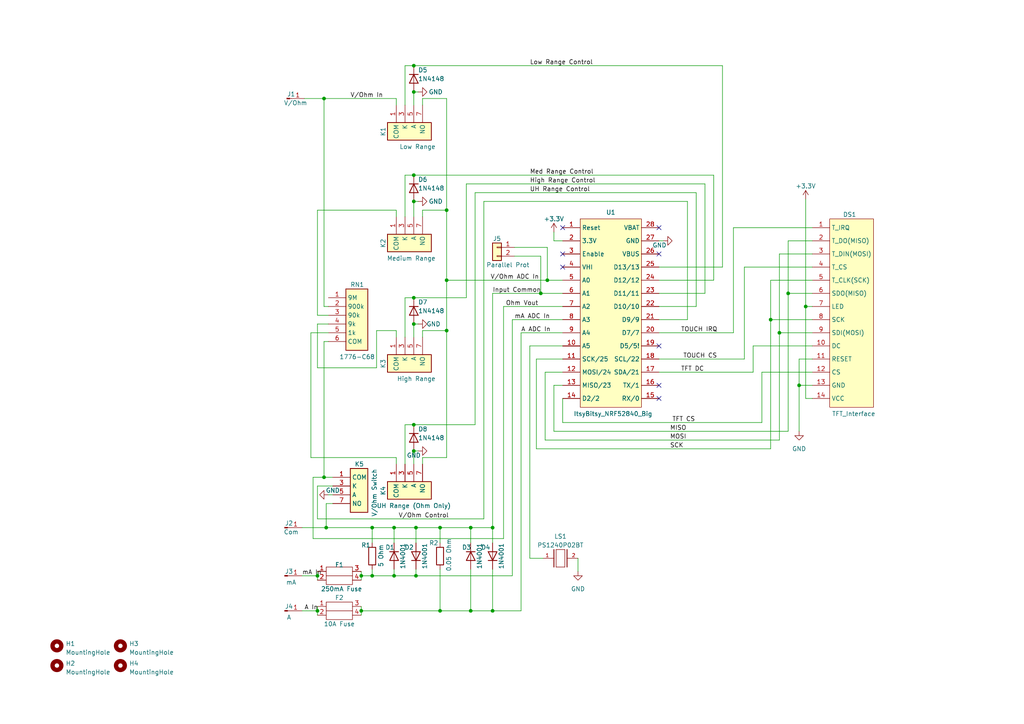
<source format=kicad_sch>
(kicad_sch (version 20230121) (generator eeschema)
  (paper "A4")
  (lib_symbols
    (symbol "502ProjectSymbols:1776-C68"
      (property "Reference" "RN" (at -2.54 13.97 0))
      (property "Value" "1776-C68" (at -2.54 11.43 0))
      (symbol "1776-C68_1_1"
        (rectangle (start -2.54 8.89) (end 3.81 -8.89) (stroke (width 0.254)) (fill (type background)))
        (pin passive line (at -7.62 6.35 0) (length 5.08) (name "9M") (number "1"))
        (pin passive line (at -7.62 3.81 0) (length 5.08) (name "900k") (number "2"))
        (pin passive line (at -7.62 1.27 0) (length 5.08) (name "90k") (number "3"))
        (pin passive line (at -7.62 -1.27 0) (length 5.08) (name "9k") (number "4"))
        (pin passive line (at -7.62 -3.81 0) (length 5.08) (name "1k") (number "5"))
        (pin passive line (at -7.62 -6.35 0) (length 5.08) (name "COM") (number "6"))
      )
    )
    (symbol "502ProjectSymbols:Fuse"
      (property "Reference" "F" (at 0 3.81 0))
      (property "Value" "Fuse" (at 0 -3.81 0))
      (symbol "Fuse_0_1"
        (rectangle (start -3.81 2.54) (end 3.81 -2.54))
        (polyline (pts (xy -3.81 0) (xy 3.81 0)))
      )
      (symbol "Fuse_1_1"
        (pin passive line (at -6.35 1.27 0) (length 2.54) (name "") (number "1"))
        (pin passive line (at -6.35 -1.27 0) (length 2.54) (name "") (number "2"))
        (pin passive line (at 6.35 1.27 180) (length 2.54) (name "") (number "3"))
        (pin passive line (at 6.35 -1.27 180) (length 2.54) (name "") (number "4"))
      )
    )
    (symbol "502ProjectSymbols:ItsyBitsy_NRF52840_Big"
      (property "Reference" "U" (at 0 27.94 0))
      (property "Value" "ItsyBitsy_NRF52840_Big" (at 0 -29.21 0))
      (symbol "ItsyBitsy_NRF52840_Big_0_1"
        (rectangle (start -8.89 26.67) (end 8.89 -27.94) (fill (type background)))
      )
      (symbol "ItsyBitsy_NRF52840_Big_1_0"
        (pin input line (at -13.97 -10.16 0) (length 5.08) (name "") (number ""))
      )
      (symbol "ItsyBitsy_NRF52840_Big_1_1"
        (pin input line (at -13.97 24.13 0) (length 5.08) (name "Reset") (number "1"))
        (pin input line (at -13.97 -10.16 0) (length 5.08) (name "A5") (number "10"))
        (pin bidirectional line (at -13.97 -13.97 0) (length 5.08) (name "SCK/25") (number "11"))
        (pin bidirectional line (at -13.97 -17.78 0) (length 5.08) (name "MOSI/24") (number "12"))
        (pin bidirectional line (at -13.97 -21.59 0) (length 5.08) (name "MISO/23") (number "13"))
        (pin bidirectional line (at -13.97 -25.4 0) (length 5.08) (name "D2/2") (number "14"))
        (pin bidirectional line (at 13.97 -25.4 180) (length 5.08) (name "RX/0") (number "15"))
        (pin bidirectional line (at 13.97 -21.59 180) (length 5.08) (name "TX/1") (number "16"))
        (pin bidirectional line (at 13.97 -17.78 180) (length 5.08) (name "SDA/21") (number "17"))
        (pin bidirectional line (at 13.97 -13.97 180) (length 5.08) (name "SCL/22") (number "18"))
        (pin bidirectional line (at 13.97 -10.16 180) (length 5.08) (name "D5/5!") (number "19"))
        (pin output line (at -13.97 20.32 0) (length 5.08) (name "3.3V") (number "2"))
        (pin bidirectional line (at 13.97 -6.35 180) (length 5.08) (name "D7/7") (number "20"))
        (pin bidirectional line (at 13.97 -2.54 180) (length 5.08) (name "D9/9") (number "21"))
        (pin bidirectional line (at 13.97 1.27 180) (length 5.08) (name "D10/10") (number "22"))
        (pin bidirectional line (at 13.97 5.08 180) (length 5.08) (name "D11/11") (number "23"))
        (pin bidirectional line (at 13.97 8.89 180) (length 5.08) (name "D12/12") (number "24"))
        (pin bidirectional line (at 13.97 12.7 180) (length 5.08) (name "D13/13") (number "25"))
        (pin bidirectional line (at 13.97 16.51 180) (length 5.08) (name "VBUS") (number "26"))
        (pin bidirectional line (at 13.97 20.32 180) (length 5.08) (name "GND") (number "27"))
        (pin bidirectional line (at 13.97 24.13 180) (length 5.08) (name "VBAT") (number "28"))
        (pin input line (at -13.97 16.51 0) (length 5.08) (name "Enable") (number "3"))
        (pin bidirectional line (at -13.97 12.7 0) (length 5.08) (name "VHI") (number "4"))
        (pin input line (at -13.97 8.89 0) (length 5.08) (name "A0") (number "5"))
        (pin input line (at -13.97 5.08 0) (length 5.08) (name "A1") (number "6"))
        (pin input line (at -13.97 1.27 0) (length 5.08) (name "A2") (number "7"))
        (pin input line (at -13.97 -2.54 0) (length 5.08) (name "A3") (number "8"))
        (pin input line (at -13.97 -6.35 0) (length 5.08) (name "A4") (number "9"))
      )
    )
    (symbol "502ProjectSymbols:PS1240P02BT" (pin_names (offset 1.016))
      (property "Reference" "LS" (at -3.81 3.81 0))
      (property "Value" "PS1240P02BT" (at -3.81 -5.08 0))
      (symbol "PS1240P02BT_0_0"
        (polyline (pts (xy -2.54 0) (xy -1.905 0)) (stroke (width 0.1524)))
        (polyline (pts (xy -1.905 -2.54) (xy -1.905 0)) (stroke (width 0.254)))
        (polyline (pts (xy -1.905 0) (xy -1.905 2.54)) (stroke (width 0.254)))
        (polyline (pts (xy -1.27 -2.54) (xy 1.27 -2.54)) (stroke (width 0.1524)))
        (polyline (pts (xy -1.27 2.54) (xy -1.27 -2.54)) (stroke (width 0.1524)))
        (polyline (pts (xy 1.27 -2.54) (xy 1.27 2.54)) (stroke (width 0.1524)))
        (polyline (pts (xy 1.27 2.54) (xy -1.27 2.54)) (stroke (width 0.1524)))
        (polyline (pts (xy 1.905 0) (xy 1.905 -2.54)) (stroke (width 0.254)))
        (polyline (pts (xy 1.905 0) (xy 2.54 0)) (stroke (width 0.1524)))
        (polyline (pts (xy 1.905 2.54) (xy 1.905 0)) (stroke (width 0.254)))
        (pin passive line (at -5.08 0 0) (length 2.54) (name "~") (number "1"))
        (pin passive line (at 5.08 0 180) (length 2.54) (name "~") (number "2"))
      )
    )
    (symbol "502ProjectSymbols:SIL03-1A72-71D"
      (property "Reference" "K" (at -1.27 8.89 0))
      (property "Value" "SIL03-1A72-71D" (at 3.81 -8.89 90))
      (symbol "SIL03-1A72-71D_1_1"
        (rectangle (start -2.54 6.35) (end 2.54 -6.35) (stroke (width 0.254)) (fill (type background)))
        (pin passive line (at -7.62 3.81 0) (length 5.08) (name "COM") (number "1"))
        (pin passive line (at -7.62 1.27 0) (length 5.08) (name "K") (number "3"))
        (pin passive line (at -7.62 -1.27 0) (length 5.08) (name "A") (number "5"))
        (pin passive line (at -7.62 -3.81 0) (length 5.08) (name "NO") (number "7"))
      )
    )
    (symbol "502ProjectSymbols:TFT_Interface"
      (property "Reference" "DS" (at -1.27 27.94 0))
      (property "Value" "TFT_Interface" (at 0 -29.21 0))
      (symbol "TFT_Interface_0_1"
        (rectangle (start -6.35 26.67) (end 6.35 -27.94) (fill (type background)))
      )
      (symbol "TFT_Interface_1_1"
        (pin passive line (at -11.43 24.13 0) (length 5.08) (name "T_IRQ") (number "1"))
        (pin passive line (at -11.43 -10.16 0) (length 5.08) (name "DC") (number "10"))
        (pin passive line (at -11.43 -13.97 0) (length 5.08) (name "RESET") (number "11"))
        (pin passive line (at -11.43 -17.78 0) (length 5.08) (name "CS") (number "12"))
        (pin passive line (at -11.43 -21.59 0) (length 5.08) (name "GND") (number "13"))
        (pin passive line (at -11.43 -25.4 0) (length 5.08) (name "VCC") (number "14"))
        (pin passive line (at -11.43 20.32 0) (length 5.08) (name "T_DO(MISO)") (number "2"))
        (pin passive line (at -11.43 16.51 0) (length 5.08) (name "T_DIN(MOSI)") (number "3"))
        (pin passive line (at -11.43 12.7 0) (length 5.08) (name "T_CS") (number "4"))
        (pin passive line (at -11.43 8.89 0) (length 5.08) (name "T_CLK(SCK)") (number "5"))
        (pin passive line (at -11.43 5.08 0) (length 5.08) (name "SDO(MISO)") (number "6"))
        (pin passive line (at -11.43 1.27 0) (length 5.08) (name "LED") (number "7"))
        (pin passive line (at -11.43 -2.54 0) (length 5.08) (name "SCK") (number "8"))
        (pin passive line (at -11.43 -6.35 0) (length 5.08) (name "SDI(MOSI)") (number "9"))
      )
    )
    (symbol "Connector:Conn_01x01_Pin" (pin_names (offset 1.016) hide)
      (property "Reference" "J" (at 0 2.54 0))
      (property "Value" "Conn_01x01_Pin" (at 0 -2.54 0))
      (symbol "Conn_01x01_Pin_1_1"
        (polyline (pts (xy 1.27 0) (xy 0.8636 0)) (stroke (width 0.1524)))
        (rectangle (start 0.8636 0.127) (end 0 -0.127) (stroke (width 0.1524)) (fill (type outline)))
        (pin passive line (at 5.08 0 180) (length 3.81) (name "Pin_1") (number "1"))
      )
    )
    (symbol "Connector_Generic:Conn_01x02" (pin_names (offset 1.016) hide)
      (property "Reference" "J" (at 0 2.54 0))
      (property "Value" "Conn_01x02" (at 0 -5.08 0))
      (symbol "Conn_01x02_1_1"
        (rectangle (start -1.27 -2.413) (end 0 -2.667) (stroke (width 0.1524)))
        (rectangle (start -1.27 0.127) (end 0 -0.127) (stroke (width 0.1524)))
        (rectangle (start -1.27 1.27) (end 1.27 -3.81) (stroke (width 0.254)) (fill (type background)))
        (pin passive line (at -5.08 0 0) (length 3.81) (name "Pin_1") (number "1"))
        (pin passive line (at -5.08 -2.54 0) (length 3.81) (name "Pin_2") (number "2"))
      )
    )
    (symbol "Device:R" (pin_numbers hide) (pin_names (offset 0))
      (property "Reference" "R" (at 2.032 0 90))
      (property "Value" "R" (at 0 0 90))
      (symbol "R_0_1"
        (rectangle (start -1.016 -2.54) (end 1.016 2.54) (stroke (width 0.254)))
      )
      (symbol "R_1_1"
        (pin passive line (at 0 3.81 270) (length 1.27) (name "~") (number "1"))
        (pin passive line (at 0 -3.81 90) (length 1.27) (name "~") (number "2"))
      )
    )
    (symbol "Diode:1N4001" (pin_numbers hide) (pin_names hide)
      (property "Reference" "D" (at 0 2.54 0))
      (property "Value" "1N4001" (at 0 -2.54 0))
      (symbol "1N4001_0_1"
        (polyline (pts (xy -1.27 1.27) (xy -1.27 -1.27)) (stroke (width 0.254)))
        (polyline (pts (xy 1.27 0) (xy -1.27 0)))
        (polyline (pts (xy 1.27 1.27) (xy 1.27 -1.27) (xy -1.27 0) (xy 1.27 1.27)) (stroke (width 0.254)))
      )
      (symbol "1N4001_1_1"
        (pin passive line (at -3.81 0 0) (length 2.54) (name "K") (number "1"))
        (pin passive line (at 3.81 0 180) (length 2.54) (name "A") (number "2"))
      )
    )
    (symbol "Diode:1N4148" (pin_numbers hide) (pin_names hide)
      (property "Reference" "D" (at 0 2.54 0))
      (property "Value" "1N4148" (at 0 -2.54 0))
      (symbol "1N4148_0_1"
        (polyline (pts (xy -1.27 1.27) (xy -1.27 -1.27)) (stroke (width 0.254)))
        (polyline (pts (xy 1.27 0) (xy -1.27 0)))
        (polyline (pts (xy 1.27 1.27) (xy 1.27 -1.27) (xy -1.27 0) (xy 1.27 1.27)) (stroke (width 0.254)))
      )
      (symbol "1N4148_1_1"
        (pin passive line (at -3.81 0 0) (length 2.54) (name "K") (number "1"))
        (pin passive line (at 3.81 0 180) (length 2.54) (name "A") (number "2"))
      )
    )
    (symbol "Mechanical:MountingHole" (pin_names (offset 1.016))
      (property "Reference" "H" (at 0 5.08 0))
      (property "Value" "MountingHole" (at 0 3.175 0))
      (symbol "MountingHole_0_1"
        (circle (center 0 0) (radius 1.27) (stroke (width 1.27)))
      )
    )
    (symbol "power:+3.3V" (power) (pin_names (offset 0))
      (property "Value" "+3.3V" (at 0 3.556 0))
      (symbol "+3.3V_0_1"
        (polyline (pts (xy -0.762 1.27) (xy 0 2.54)))
        (polyline (pts (xy 0 0) (xy 0 2.54)))
        (polyline (pts (xy 0 2.54) (xy 0.762 1.27)))
      )
      (symbol "+3.3V_1_1"
        (pin power_in line (at 0 0 90) (length 0) hide (name "+3.3V") (number "1"))
      )
    )
    (symbol "power:GND" (power) (pin_names (offset 0))
      (property "Value" "GND" (at 0 -3.81 0))
      (symbol "GND_0_1"
        (polyline (pts (xy 0 0) (xy 0 -1.27) (xy 1.27 -1.27) (xy 0 -2.54) (xy -1.27 -1.27) (xy 0 -1.27)))
      )
      (symbol "GND_1_1"
        (pin power_in line (at 0 0 270) (length 0) hide (name "GND") (number "1"))
      )
    )
  )
  (junction (at 228.6 85.09))
  (junction (at 142.875 153.035))
  (junction (at 92.075 177.165))
  (junction (at 129.54 95.885))
  (junction (at 158.75 81.28))
  (junction (at 120.015 130.81))
  (junction (at 92.075 167.005))
  (junction (at 127.635 177.165))
  (junction (at 104.775 177.165))
  (junction (at 231.775 111.76))
  (junction (at 93.98 28.575))
  (junction (at 127.635 153.035))
  (junction (at 93.98 138.43))
  (junction (at 120.015 123.19))
  (junction (at 136.525 153.035))
  (junction (at 120.015 93.98))
  (junction (at 136.525 177.165))
  (junction (at 120.015 26.67))
  (junction (at 120.015 58.42))
  (junction (at 107.95 167.005))
  (junction (at 120.65 167.005))
  (junction (at 120.65 153.035))
  (junction (at 156.845 85.09))
  (junction (at 142.875 177.165))
  (junction (at 120.015 86.36))
  (junction (at 120.015 50.8))
  (junction (at 107.95 153.035))
  (junction (at 223.52 92.71))
  (junction (at 94.615 153.035))
  (junction (at 129.54 60.96))
  (junction (at 129.54 81.28))
  (junction (at 114.3 153.035))
  (junction (at 120.015 19.05))
  (junction (at 226.06 96.52))
  (junction (at 114.3 167.005))
  (junction (at 104.775 167.005))
  (junction (at 233.68 88.9))
  (no_connect (at 191.135 66.04))
  (no_connect (at 191.135 111.76))
  (no_connect (at 191.135 73.66))
  (no_connect (at 191.135 100.33))
  (no_connect (at 163.195 77.47))
  (no_connect (at 163.195 73.66))
  (no_connect (at 163.195 66.04))
  (no_connect (at 191.135 115.57))
  (wire (pts (xy 107.95 167.005) (xy 107.95 165.1)))
  (wire (pts (xy 95.25 99.06) (xy 93.98 99.06)))
  (wire (pts (xy 142.875 153.035) (xy 142.875 157.48)))
  (wire (pts (xy 135.255 86.36) (xy 135.255 53.34)))
  (wire (pts (xy 117.475 19.05) (xy 120.015 19.05)))
  (wire (pts (xy 160.655 111.76) (xy 160.655 125.095)))
  (wire (pts (xy 104.775 177.165) (xy 104.775 175.895)))
  (wire (pts (xy 114.3 165.1) (xy 114.3 167.005)))
  (wire (pts (xy 122.555 60.96) (xy 122.555 62.865)))
  (wire (pts (xy 153.67 161.925) (xy 153.67 100.33)))
  (wire (pts (xy 122.555 28.575) (xy 129.54 28.575)))
  (wire (pts (xy 120.015 58.42) (xy 120.015 57.785)))
  (wire (pts (xy 231.775 104.14) (xy 231.775 111.76)))
  (wire (pts (xy 153.67 100.33) (xy 163.195 100.33)))
  (wire (pts (xy 136.525 177.165) (xy 142.875 177.165)))
  (wire (pts (xy 235.585 104.14) (xy 231.775 104.14)))
  (wire (pts (xy 157.48 161.925) (xy 153.67 161.925)))
  (wire (pts (xy 151.13 96.52) (xy 151.13 177.165)))
  (wire (pts (xy 191.135 77.47) (xy 209.55 77.47)))
  (wire (pts (xy 121.285 130.81) (xy 120.015 130.81)))
  (wire (pts (xy 104.775 177.165) (xy 104.775 178.435)))
  (wire (pts (xy 235.585 100.33) (xy 218.44 100.33)))
  (wire (pts (xy 96.52 140.97) (xy 92.075 140.97)))
  (wire (pts (xy 142.875 165.1) (xy 142.875 177.165)))
  (wire (pts (xy 223.52 81.28) (xy 223.52 92.71)))
  (wire (pts (xy 156.845 74.295) (xy 156.845 85.09)))
  (wire (pts (xy 129.54 95.885) (xy 129.54 132.715)))
  (wire (pts (xy 212.725 96.52) (xy 191.135 96.52)))
  (wire (pts (xy 109.22 95.885) (xy 114.935 95.885)))
  (wire (pts (xy 146.05 88.9) (xy 163.195 88.9)))
  (wire (pts (xy 94.615 146.05) (xy 96.52 146.05)))
  (wire (pts (xy 87.63 177.165) (xy 92.075 177.165)))
  (wire (pts (xy 129.54 28.575) (xy 129.54 60.96)))
  (wire (pts (xy 120.015 26.67) (xy 121.285 26.67)))
  (wire (pts (xy 209.55 19.05) (xy 209.55 77.47)))
  (wire (pts (xy 94.615 146.05) (xy 94.615 153.035)))
  (wire (pts (xy 114.3 153.035) (xy 114.3 157.48)))
  (wire (pts (xy 120.015 19.05) (xy 209.55 19.05)))
  (wire (pts (xy 146.05 88.9) (xy 146.05 156.21)))
  (wire (pts (xy 90.805 138.43) (xy 93.98 138.43)))
  (wire (pts (xy 231.775 111.76) (xy 231.775 125.095)))
  (wire (pts (xy 121.285 58.42) (xy 120.015 58.42)))
  (wire (pts (xy 120.015 58.42) (xy 120.015 62.865)))
  (wire (pts (xy 235.585 88.9) (xy 233.68 88.9)))
  (wire (pts (xy 117.475 123.19) (xy 120.015 123.19)))
  (wire (pts (xy 120.015 93.98) (xy 120.015 97.79)))
  (wire (pts (xy 228.6 69.85) (xy 228.6 85.09)))
  (wire (pts (xy 148.59 92.71) (xy 163.195 92.71)))
  (wire (pts (xy 235.585 69.85) (xy 228.6 69.85)))
  (wire (pts (xy 92.075 106.68) (xy 109.22 106.68)))
  (wire (pts (xy 215.9 77.47) (xy 215.9 104.14)))
  (wire (pts (xy 120.65 153.035) (xy 120.65 157.48)))
  (wire (pts (xy 95.25 93.98) (xy 92.075 93.98)))
  (wire (pts (xy 88.265 28.575) (xy 93.98 28.575)))
  (wire (pts (xy 235.585 66.04) (xy 212.725 66.04)))
  (wire (pts (xy 226.06 96.52) (xy 235.585 96.52)))
  (wire (pts (xy 191.135 69.85) (xy 192.405 69.85)))
  (wire (pts (xy 129.54 81.28) (xy 129.54 95.885)))
  (wire (pts (xy 127.635 177.165) (xy 127.635 165.1)))
  (wire (pts (xy 129.54 81.28) (xy 158.75 81.28)))
  (wire (pts (xy 233.68 88.9) (xy 233.68 115.57)))
  (wire (pts (xy 235.585 81.28) (xy 223.52 81.28)))
  (wire (pts (xy 158.115 107.95) (xy 158.115 127.635)))
  (wire (pts (xy 94.615 153.035) (xy 107.95 153.035)))
  (wire (pts (xy 220.98 107.95) (xy 220.98 122.555)))
  (wire (pts (xy 87.63 153.035) (xy 94.615 153.035)))
  (wire (pts (xy 92.075 177.165) (xy 92.075 175.895)))
  (wire (pts (xy 92.075 177.165) (xy 92.075 178.435)))
  (wire (pts (xy 212.725 66.04) (xy 212.725 96.52)))
  (wire (pts (xy 163.195 111.76) (xy 160.655 111.76)))
  (wire (pts (xy 136.525 165.1) (xy 136.525 177.165)))
  (wire (pts (xy 235.585 107.95) (xy 220.98 107.95)))
  (wire (pts (xy 120.015 86.36) (xy 135.255 86.36)))
  (wire (pts (xy 220.98 122.555) (xy 163.195 122.555)))
  (wire (pts (xy 191.135 107.95) (xy 218.44 107.95)))
  (wire (pts (xy 158.75 71.755) (xy 158.75 81.28)))
  (wire (pts (xy 127.635 153.035) (xy 127.635 157.48)))
  (wire (pts (xy 92.075 91.44) (xy 92.075 60.96)))
  (wire (pts (xy 207.01 50.8) (xy 207.01 81.28)))
  (wire (pts (xy 158.75 81.28) (xy 163.195 81.28)))
  (wire (pts (xy 226.06 127.635) (xy 226.06 96.52)))
  (wire (pts (xy 92.075 150.495) (xy 140.335 150.495)))
  (wire (pts (xy 191.135 85.09) (xy 204.47 85.09)))
  (wire (pts (xy 93.98 138.43) (xy 96.52 138.43)))
  (wire (pts (xy 90.805 156.21) (xy 90.805 138.43)))
  (wire (pts (xy 93.98 28.575) (xy 93.98 88.9)))
  (wire (pts (xy 129.54 132.715) (xy 122.555 132.715)))
  (wire (pts (xy 163.195 104.14) (xy 155.575 104.14)))
  (wire (pts (xy 109.22 106.68) (xy 109.22 95.885)))
  (wire (pts (xy 92.075 167.005) (xy 92.075 168.275)))
  (wire (pts (xy 120.015 123.19) (xy 137.795 123.19)))
  (wire (pts (xy 122.555 60.96) (xy 129.54 60.96)))
  (wire (pts (xy 104.775 177.165) (xy 127.635 177.165)))
  (wire (pts (xy 142.875 177.165) (xy 151.13 177.165)))
  (wire (pts (xy 142.875 85.09) (xy 156.845 85.09)))
  (wire (pts (xy 223.52 130.175) (xy 223.52 92.71)))
  (wire (pts (xy 235.585 77.47) (xy 215.9 77.47)))
  (wire (pts (xy 122.555 95.885) (xy 122.555 97.79)))
  (wire (pts (xy 158.115 127.635) (xy 226.06 127.635)))
  (wire (pts (xy 93.98 99.06) (xy 93.98 138.43)))
  (wire (pts (xy 90.805 156.21) (xy 146.05 156.21)))
  (wire (pts (xy 233.68 115.57) (xy 235.585 115.57)))
  (wire (pts (xy 117.475 97.79) (xy 117.475 86.36)))
  (wire (pts (xy 90.17 132.715) (xy 114.935 132.715)))
  (wire (pts (xy 95.25 96.52) (xy 90.17 96.52)))
  (wire (pts (xy 201.93 55.88) (xy 201.93 88.9)))
  (wire (pts (xy 107.95 167.005) (xy 114.3 167.005)))
  (wire (pts (xy 107.95 153.035) (xy 107.95 157.48)))
  (wire (pts (xy 135.255 53.34) (xy 204.47 53.34)))
  (wire (pts (xy 121.285 93.98) (xy 120.015 93.98)))
  (wire (pts (xy 163.195 107.95) (xy 158.115 107.95)))
  (wire (pts (xy 92.075 93.98) (xy 92.075 106.68)))
  (wire (pts (xy 120.015 50.8) (xy 207.01 50.8)))
  (wire (pts (xy 156.845 85.09) (xy 163.195 85.09)))
  (wire (pts (xy 137.795 123.19) (xy 137.795 55.88)))
  (wire (pts (xy 231.775 111.76) (xy 235.585 111.76)))
  (wire (pts (xy 92.075 60.96) (xy 114.935 60.96)))
  (wire (pts (xy 163.195 69.85) (xy 160.655 69.85)))
  (wire (pts (xy 122.555 132.715) (xy 122.555 134.62)))
  (wire (pts (xy 149.225 71.755) (xy 158.75 71.755)))
  (wire (pts (xy 155.575 104.14) (xy 155.575 130.175)))
  (wire (pts (xy 151.13 96.52) (xy 163.195 96.52)))
  (wire (pts (xy 167.64 161.925) (xy 167.64 165.735)))
  (wire (pts (xy 114.3 167.005) (xy 120.65 167.005)))
  (wire (pts (xy 160.655 125.095) (xy 228.6 125.095)))
  (wire (pts (xy 114.935 60.96) (xy 114.935 62.865)))
  (wire (pts (xy 191.135 81.28) (xy 207.01 81.28)))
  (wire (pts (xy 117.475 50.8) (xy 120.015 50.8)))
  (wire (pts (xy 104.775 165.735) (xy 104.775 167.005)))
  (wire (pts (xy 199.39 58.42) (xy 199.39 92.71)))
  (wire (pts (xy 120.015 26.67) (xy 120.015 30.48)))
  (wire (pts (xy 107.95 153.035) (xy 114.3 153.035)))
  (wire (pts (xy 104.775 167.005) (xy 107.95 167.005)))
  (wire (pts (xy 129.54 60.96) (xy 129.54 81.28)))
  (wire (pts (xy 127.635 153.035) (xy 136.525 153.035)))
  (wire (pts (xy 120.015 130.81) (xy 120.015 134.62)))
  (wire (pts (xy 149.225 74.295) (xy 156.845 74.295)))
  (wire (pts (xy 114.935 132.715) (xy 114.935 134.62)))
  (wire (pts (xy 117.475 62.865) (xy 117.475 50.8)))
  (wire (pts (xy 122.555 28.575) (xy 122.555 30.48)))
  (wire (pts (xy 95.25 91.44) (xy 92.075 91.44)))
  (wire (pts (xy 223.52 92.71) (xy 235.585 92.71)))
  (wire (pts (xy 155.575 130.175) (xy 223.52 130.175)))
  (wire (pts (xy 122.555 95.885) (xy 129.54 95.885)))
  (wire (pts (xy 140.335 58.42) (xy 199.39 58.42)))
  (wire (pts (xy 218.44 100.33) (xy 218.44 107.95)))
  (wire (pts (xy 114.935 95.885) (xy 114.935 97.79)))
  (wire (pts (xy 117.475 134.62) (xy 117.475 123.19)))
  (wire (pts (xy 228.6 85.09) (xy 235.585 85.09)))
  (wire (pts (xy 163.195 122.555) (xy 163.195 115.57)))
  (wire (pts (xy 114.935 28.575) (xy 114.935 30.48)))
  (wire (pts (xy 120.65 153.035) (xy 127.635 153.035)))
  (wire (pts (xy 235.585 73.66) (xy 226.06 73.66)))
  (wire (pts (xy 233.68 88.9) (xy 233.68 57.785)))
  (wire (pts (xy 127.635 177.165) (xy 136.525 177.165)))
  (wire (pts (xy 137.795 55.88) (xy 201.93 55.88)))
  (wire (pts (xy 140.335 150.495) (xy 140.335 58.42)))
  (wire (pts (xy 199.39 92.71) (xy 191.135 92.71)))
  (wire (pts (xy 120.65 167.005) (xy 148.59 167.005)))
  (wire (pts (xy 215.9 104.14) (xy 191.135 104.14)))
  (wire (pts (xy 117.475 19.05) (xy 117.475 30.48)))
  (wire (pts (xy 142.875 85.09) (xy 142.875 153.035)))
  (wire (pts (xy 87.63 167.005) (xy 92.075 167.005)))
  (wire (pts (xy 104.775 167.005) (xy 104.775 168.275)))
  (wire (pts (xy 201.93 88.9) (xy 191.135 88.9)))
  (wire (pts (xy 136.525 153.035) (xy 142.875 153.035)))
  (wire (pts (xy 204.47 53.34) (xy 204.47 85.09)))
  (wire (pts (xy 117.475 86.36) (xy 120.015 86.36)))
  (wire (pts (xy 95.25 88.9) (xy 93.98 88.9)))
  (wire (pts (xy 95.25 143.51) (xy 96.52 143.51)))
  (wire (pts (xy 136.525 153.035) (xy 136.525 157.48)))
  (wire (pts (xy 148.59 92.71) (xy 148.59 167.005)))
  (wire (pts (xy 226.06 73.66) (xy 226.06 96.52)))
  (wire (pts (xy 160.655 69.85) (xy 160.655 67.31)))
  (wire (pts (xy 92.075 167.005) (xy 92.075 165.735)))
  (wire (pts (xy 90.17 96.52) (xy 90.17 132.715)))
  (wire (pts (xy 228.6 125.095) (xy 228.6 85.09)))
  (wire (pts (xy 93.98 28.575) (xy 114.935 28.575)))
  (wire (pts (xy 120.65 165.1) (xy 120.65 167.005)))
  (wire (pts (xy 114.3 153.035) (xy 120.65 153.035)))
  (wire (pts (xy 92.075 140.97) (xy 92.075 150.495)))
  (label "TFT DC" (at 197.485 107.95 0))
  (label "SCK" (at 194.31 130.175 0))
  (label "V{slash}Ohm Control" (at 115.57 150.495 0))
  (label "A In" (at 88.265 177.165 0))
  (label "Ohm Vout" (at 146.685 88.9 0))
  (label "TOUCH IRQ" (at 197.485 96.52 0))
  (label "MOSI" (at 194.31 127.635 0))
  (label "High Range Control" (at 153.67 53.34 0))
  (label "V{slash}Ohm ADC In" (at 142.24 81.28 0))
  (label "Input Common" (at 142.875 85.09 0))
  (label "UH Range Control" (at 153.67 55.88 0))
  (label "TFT CS" (at 194.945 122.555 0))
  (label "A ADC In" (at 151.13 96.52 0))
  (label "mA ADC In" (at 149.225 92.71 0))
  (label "Med Range Control" (at 153.67 50.8 0))
  (label "TOUCH CS" (at 198.12 104.14 0))
  (label "Low Range Control" (at 153.67 19.05 0))
  (label "V{slash}Ohm In" (at 101.6 28.575 0))
  (label "MISO" (at 194.31 125.095 0))
  (label "mA In" (at 87.63 167.005 0))
  (symbol (lib_id "Device:R") (at 127.635 161.29 180) (unit 1)
    (property "Reference" "R2" (at 124.46 157.48 0) (effects (justify right)))
    (property "Value" "0.05 Ohm" (at 130.175 165.735 90) (effects (justify right)))
    (property "Footprint" "502ProjectFootprints:LOB-1528272_3" (effects hide))
  )
  (symbol (lib_id "Diode:1N4148") (at 120.015 127 270) (unit 1)
    (property "Reference" "D8" (at 121.285 124.46 90) (effects (justify left)))
    (property "Value" "1N4148" (at 121.285 127 90) (effects (justify left)))
    (property "Footprint" "Diode_THT:D_DO-35_SOD27_P7.62mm_Horizontal" (effects hide))
    (property "Datasheet" "https://assets.nexperia.com/documents/data-sheet/1N4148_1N4448.pdf" (effects hide))
    (property "Sim.Device" "D" (effects hide))
    (property "Sim.Pins" "1=K 2=A" (effects hide))
  )
  (symbol (lib_id "power:GND") (at 121.285 58.42 90) (unit 1)
    (property "Reference" "#PWR09" (effects hide))
    (property "Value" "GND" (at 126.365 58.42 90))
  )
  (symbol (lib_id "power:GND") (at 167.64 165.735 0) (unit 1)
    (property "Reference" "#PWR010" (effects hide))
    (property "Value" "GND" (at 167.64 170.815 0))
  )
  (symbol (lib_id "Mechanical:MountingHole") (at 34.925 193.04 0) (unit 1)
    (property "Reference" "H4" (at 37.465 192.405 0) (effects (justify left)))
    (property "Value" "MountingHole" (at 37.465 194.945 0) (effects (justify left)))
    (property "Footprint" "502ProjectFootprints:MountingHole_3mm" (effects hide))
  )
  (symbol (lib_id "Connector:Conn_01x01_Pin") (at 82.55 153.035 0) (unit 1)
    (property "Reference" "J2" (at 83.82 151.765 0))
    (property "Value" "Com" (at 84.455 154.305 0))
    (property "Footprint" "502ProjectFootprints:PinHeader_1x01_P2.54mm_Vertical_H0.8mm" (effects hide))
  )
  (symbol (lib_id "Diode:1N4148") (at 120.015 90.17 270) (unit 1)
    (property "Reference" "D7" (at 121.285 87.63 90) (effects (justify left)))
    (property "Value" "1N4148" (at 121.285 90.17 90) (effects (justify left)))
    (property "Footprint" "Diode_THT:D_DO-35_SOD27_P7.62mm_Horizontal" (effects hide))
    (property "Datasheet" "https://assets.nexperia.com/documents/data-sheet/1N4148_1N4448.pdf" (effects hide))
    (property "Sim.Device" "D" (effects hide))
    (property "Sim.Pins" "1=K 2=A" (effects hide))
  )
  (symbol (lib_id "502ProjectSymbols:SIL03-1A72-71D") (at 118.745 70.485 90) (mirror x) (unit 1)
    (property "Reference" "K2" (at 111.125 69.215 0) (effects (justify left)))
    (property "Value" "Medium Range" (at 126.365 74.93 90) (effects (justify left)))
    (property "Footprint" "502ProjectFootprints:SIL03-1A72-71_4" (effects hide))
    (property "Datasheet" "https://4a30d8fd18dae1bf393d-df49f4cedb726ad03ad145d2e3d346bd.ssl.cf5.rackcdn.com/datasheets/33/3303172171e.pdf" (effects hide))
    (property "Height" "7.8" (effects hide))
    (property "Manufacturer_Name" "Meder" (effects hide))
    (property "Manufacturer_Part_Number" "SIL03-1A72-71D" (effects hide))
    (property "Mouser Part Number" "876-SIL03-1A72-71D" (effects hide))
    (property "Mouser Price/Stock" "https://www.mouser.co.uk/ProductDetail/MEDER-electronic-Standex/SIL03-1A72-71D?qs=XQXp6f9AQWAyfFxxKRfX0Q%3D%3D" (effects hide))
  )
  (symbol (lib_id "Mechanical:MountingHole") (at 16.51 187.325 0) (unit 1)
    (property "Reference" "H1" (at 19.05 186.69 0) (effects (justify left)))
    (property "Value" "MountingHole" (at 19.05 189.23 0) (effects (justify left)))
    (property "Footprint" "502ProjectFootprints:MountingHole_3mm" (effects hide))
  )
  (symbol (lib_id "Device:R") (at 107.95 161.29 180) (unit 1)
    (property "Reference" "R1" (at 104.775 158.115 0) (effects (justify right)))
    (property "Value" "5 Ohm" (at 110.49 164.465 90) (effects (justify right)))
    (property "Footprint" "Resistor_THT:R_Axial_DIN0207_L6.3mm_D2.5mm_P10.16mm_Horizontal" (effects hide))
  )
  (symbol (lib_id "502ProjectSymbols:TFT_Interface") (at 247.015 90.17 0) (unit 1)
    (property "Reference" "DS1" (at 244.475 62.23 0) (effects (justify left)))
    (property "Value" "TFT_Interface" (at 241.3 120.015 0) (effects (justify left)))
    (property "Footprint" "502ProjectFootprints:PinHeader_1x14_P2.54mm_Vertical_H0.9mm" (effects hide))
  )
  (symbol (lib_id "502ProjectSymbols:SIL03-1A72-71D") (at 104.14 142.24 0) (unit 1)
    (property "Reference" "K5" (at 102.87 134.62 0) (effects (justify left)))
    (property "Value" "V/Ohm Switch" (at 108.585 149.86 90) (effects (justify left)))
    (property "Footprint" "502ProjectFootprints:SIL03-1A72-71_4" (effects hide))
    (property "Datasheet" "https://4a30d8fd18dae1bf393d-df49f4cedb726ad03ad145d2e3d346bd.ssl.cf5.rackcdn.com/datasheets/33/3303172171e.pdf" (effects hide))
    (property "Height" "7.8" (effects hide))
    (property "Manufacturer_Name" "Meder" (effects hide))
    (property "Manufacturer_Part_Number" "SIL03-1A72-71D" (effects hide))
    (property "Mouser Part Number" "876-SIL03-1A72-71D" (effects hide))
    (property "Mouser Price/Stock" "https://www.mouser.co.uk/ProductDetail/MEDER-electronic-Standex/SIL03-1A72-71D?qs=XQXp6f9AQWAyfFxxKRfX0Q%3D%3D" (effects hide))
  )
  (symbol (lib_id "502ProjectSymbols:SIL03-1A72-71D") (at 118.745 38.1 90) (mirror x) (unit 1)
    (property "Reference" "K1" (at 111.125 36.83 0) (effects (justify left)))
    (property "Value" "Low Range" (at 126.365 42.545 90) (effects (justify left)))
    (property "Footprint" "502ProjectFootprints:SIL03-1A72-71_4" (effects hide))
    (property "Datasheet" "https://4a30d8fd18dae1bf393d-df49f4cedb726ad03ad145d2e3d346bd.ssl.cf5.rackcdn.com/datasheets/33/3303172171e.pdf" (effects hide))
    (property "Height" "7.8" (effects hide))
    (property "Manufacturer_Name" "Meder" (effects hide))
    (property "Manufacturer_Part_Number" "SIL03-1A72-71D" (effects hide))
    (property "Mouser Part Number" "876-SIL03-1A72-71D" (effects hide))
    (property "Mouser Price/Stock" "https://www.mouser.co.uk/ProductDetail/MEDER-electronic-Standex/SIL03-1A72-71D?qs=XQXp6f9AQWAyfFxxKRfX0Q%3D%3D" (effects hide))
  )
  (symbol (lib_id "power:GND") (at 121.285 26.67 90) (unit 1)
    (property "Reference" "#PWR05" (effects hide))
    (property "Value" "GND" (at 126.365 26.67 90))
  )
  (symbol (lib_id "502ProjectSymbols:Fuse") (at 98.425 167.005 0) (unit 1)
    (property "Reference" "F1" (at 98.425 163.83 0))
    (property "Value" "250mA Fuse" (at 99.06 170.815 0))
    (property "Footprint" "502ProjectFootprints:LF124061_2" (effects hide))
  )
  (symbol (lib_id "Diode:1N4001") (at 114.3 161.29 270) (unit 1)
    (property "Reference" "D1" (at 111.76 158.75 90) (effects (justify left)))
    (property "Value" "1N4001" (at 116.84 157.48 0) (effects (justify left)))
    (property "Footprint" "Diode_THT:D_DO-41_SOD81_P10.16mm_Horizontal" (effects hide))
    (property "Datasheet" "http://www.vishay.com/docs/88503/1n4001.pdf" (effects hide))
    (property "Sim.Device" "D" (effects hide))
    (property "Sim.Pins" "1=K 2=A" (effects hide))
  )
  (symbol (lib_id "502ProjectSymbols:SIL03-1A72-71D") (at 118.745 105.41 90) (mirror x) (unit 1)
    (property "Reference" "K3" (at 111.125 104.14 0) (effects (justify left)))
    (property "Value" "High Range" (at 126.365 109.855 90) (effects (justify left)))
    (property "Footprint" "502ProjectFootprints:SIL03-1A72-71_4" (effects hide))
    (property "Datasheet" "https://4a30d8fd18dae1bf393d-df49f4cedb726ad03ad145d2e3d346bd.ssl.cf5.rackcdn.com/datasheets/33/3303172171e.pdf" (effects hide))
    (property "Height" "7.8" (effects hide))
    (property "Manufacturer_Name" "Meder" (effects hide))
    (property "Manufacturer_Part_Number" "SIL03-1A72-71D" (effects hide))
    (property "Mouser Part Number" "876-SIL03-1A72-71D" (effects hide))
    (property "Mouser Price/Stock" "https://www.mouser.co.uk/ProductDetail/MEDER-electronic-Standex/SIL03-1A72-71D?qs=XQXp6f9AQWAyfFxxKRfX0Q%3D%3D" (effects hide))
  )
  (symbol (lib_id "power:GND") (at 231.775 125.095 0) (unit 1)
    (property "Reference" "#PWR03" (effects hide))
    (property "Value" "GND" (at 231.775 130.175 0))
  )
  (symbol (lib_id "Diode:1N4001") (at 142.875 161.29 90) (unit 1)
    (property "Reference" "D4" (at 142.24 158.75 90) (effects (justify left)))
    (property "Value" "1N4001" (at 145.415 165.1 0) (effects (justify left)))
    (property "Footprint" "Diode_THT:D_DO-41_SOD81_P10.16mm_Horizontal" (effects hide))
    (property "Datasheet" "http://www.vishay.com/docs/88503/1n4001.pdf" (effects hide))
    (property "Sim.Device" "D" (effects hide))
    (property "Sim.Pins" "1=K 2=A" (effects hide))
  )
  (symbol (lib_id "Diode:1N4001") (at 120.65 161.29 90) (unit 1)
    (property "Reference" "D2" (at 120.015 158.75 90) (effects (justify left)))
    (property "Value" "1N4001" (at 123.19 165.1 0) (effects (justify left)))
    (property "Footprint" "Diode_THT:D_DO-41_SOD81_P10.16mm_Horizontal" (effects hide))
    (property "Datasheet" "http://www.vishay.com/docs/88503/1n4001.pdf" (effects hide))
    (property "Sim.Device" "D" (effects hide))
    (property "Sim.Pins" "1=K 2=A" (effects hide))
  )
  (symbol (lib_id "power:+3.3V") (at 160.655 67.31 0) (unit 1)
    (property "Reference" "#PWR01" (effects hide))
    (property "Value" "+3.3V" (at 160.655 63.5 0))
  )
  (symbol (lib_id "502ProjectSymbols:PS1240P02BT") (at 162.56 161.925 0) (unit 1)
    (property "Reference" "LS1" (at 162.56 155.575 0))
    (property "Value" "PS1240P02BT" (at 162.56 158.115 0))
    (property "Footprint" "502ProjectFootprints:XDCR_PS1240P02BT" (effects hide))
    (property "MF" "TDK" (effects hide))
    (property "PRICE" "None" (effects hide))
    (property "AVAILABILITY" "Unavailable" (effects hide))
    (property "PACKAGE" "SIP-5 TDK" (effects hide))
    (property "MAXIMUM_PACKAGE_HEIGHT" "7.0mm" (effects hide))
    (property "DESCRIPTION" "Buzzers Transducer, Externally Driven Piezo 3V 4kHz 60dB @ 3V, 10cm Through Hole PC Pins" (effects hide))
    (property "MP" "PS1240P02CT3" (effects hide))
  )
  (symbol (lib_id "502ProjectSymbols:SIL03-1A72-71D") (at 118.745 142.24 90) (mirror x) (unit 1)
    (property "Reference" "K4" (at 111.125 140.97 0) (effects (justify left)))
    (property "Value" "UH Range (Ohm Only)" (at 130.81 146.685 90) (effects (justify left)))
    (property "Footprint" "502ProjectFootprints:SIL03-1A72-71_4" (effects hide))
    (property "Datasheet" "https://4a30d8fd18dae1bf393d-df49f4cedb726ad03ad145d2e3d346bd.ssl.cf5.rackcdn.com/datasheets/33/3303172171e.pdf" (effects hide))
    (property "Height" "7.8" (effects hide))
    (property "Manufacturer_Name" "Meder" (effects hide))
    (property "Manufacturer_Part_Number" "SIL03-1A72-71D" (effects hide))
    (property "Mouser Part Number" "876-SIL03-1A72-71D" (effects hide))
    (property "Mouser Price/Stock" "https://www.mouser.co.uk/ProductDetail/MEDER-electronic-Standex/SIL03-1A72-71D?qs=XQXp6f9AQWAyfFxxKRfX0Q%3D%3D" (effects hide))
  )
  (symbol (lib_id "power:GND") (at 121.285 93.98 90) (unit 1)
    (property "Reference" "#PWR06" (effects hide))
    (property "Value" "GND" (at 125.73 93.98 90))
  )
  (symbol (lib_id "power:+3.3V") (at 233.68 57.785 0) (unit 1)
    (property "Reference" "#PWR04" (effects hide))
    (property "Value" "+3.3V" (at 233.68 53.975 0))
  )
  (symbol (lib_id "Mechanical:MountingHole") (at 16.51 193.04 0) (unit 1)
    (property "Reference" "H2" (at 19.05 192.405 0) (effects (justify left)))
    (property "Value" "MountingHole" (at 19.05 194.945 0) (effects (justify left)))
    (property "Footprint" "502ProjectFootprints:MountingHole_3mm" (effects hide))
  )
  (symbol (lib_id "Diode:1N4001") (at 136.525 161.29 270) (unit 1)
    (property "Reference" "D3" (at 133.985 158.75 90) (effects (justify left)))
    (property "Value" "1N4001" (at 139.065 157.48 0) (effects (justify left)))
    (property "Footprint" "Diode_THT:D_DO-41_SOD81_P10.16mm_Horizontal" (effects hide))
    (property "Datasheet" "http://www.vishay.com/docs/88503/1n4001.pdf" (effects hide))
    (property "Sim.Device" "D" (effects hide))
    (property "Sim.Pins" "1=K 2=A" (effects hide))
  )
  (symbol (lib_id "Connector:Conn_01x01_Pin") (at 82.55 167.005 0) (unit 1)
    (property "Reference" "J3" (at 83.82 165.735 0))
    (property "Value" "mA" (at 84.455 168.91 0))
    (property "Footprint" "502ProjectFootprints:PinHeader_1x01_P2.54mm_Vertical_H0.8mm" (effects hide))
  )
  (symbol (lib_id "power:GND") (at 95.25 143.51 270) (unit 1)
    (property "Reference" "#PWR08" (effects hide))
    (property "Value" "GND" (at 96.52 142.24 90))
  )
  (symbol (lib_id "power:GND") (at 192.405 69.85 90) (unit 1)
    (property "Reference" "#PWR02" (effects hide))
    (property "Value" "GND" (at 189.23 71.12 90) (effects (justify right)))
  )
  (symbol (lib_id "Connector_Generic:Conn_01x02") (at 144.145 71.755 0) (mirror y) (unit 1)
    (property "Reference" "J5" (at 144.145 69.215 0))
    (property "Value" "Parallel Prot" (at 147.32 76.835 0))
    (property "Footprint" "502ProjectFootprints:PinHeader_1x02_P2.54mm_Vertical_H0.9mm" (effects hide))
  )
  (symbol (lib_id "502ProjectSymbols:1776-C68") (at 102.87 92.71 0) (unit 1)
    (property "Reference" "RN1" (at 101.6 82.55 0) (effects (justify left)))
    (property "Value" "1776-C68" (at 98.425 103.505 0) (effects (justify left)))
    (property "Footprint" "502ProjectFootprints:1776-C68-1" (effects hide))
    (property "Datasheet" "http://www.caddock.com/Online_catalog/Mrktg_Lit/Type1776.pdf" (effects hide))
    (property "Height" "13.97" (effects hide))
    (property "Manufacturer_Name" "Caddock" (effects hide))
    (property "Manufacturer_Part_Number" "1776-C68" (effects hide))
    (property "Mouser Part Number" "684-1776-C68" (effects hide))
    (property "Mouser Price/Stock" "https://www.mouser.co.uk/ProductDetail/Caddock/1776-C68?qs=2QmwSASSNhaGcnZtYodE5g%3D%3D" (effects hide))
  )
  (symbol (lib_id "Mechanical:MountingHole") (at 34.925 187.325 0) (unit 1)
    (property "Reference" "H3" (at 37.465 186.69 0) (effects (justify left)))
    (property "Value" "MountingHole" (at 37.465 189.23 0) (effects (justify left)))
    (property "Footprint" "502ProjectFootprints:MountingHole_3mm" (effects hide))
  )
  (symbol (lib_id "power:GND") (at 121.285 130.81 90) (unit 1)
    (property "Reference" "#PWR07" (effects hide))
    (property "Value" "GND" (at 120.015 132.08 90))
  )
  (symbol (lib_id "Connector:Conn_01x01_Pin") (at 82.55 177.165 0) (unit 1)
    (property "Reference" "J4" (at 83.82 175.895 0))
    (property "Value" "A" (at 83.82 179.07 0))
    (property "Footprint" "502ProjectFootprints:PinHeader_1x01_P2.54mm_Vertical_H0.8mm" (effects hide))
  )
  (symbol (lib_id "Diode:1N4148") (at 120.015 54.61 270) (unit 1)
    (property "Reference" "D6" (at 121.285 52.07 90) (effects (justify left)))
    (property "Value" "1N4148" (at 121.285 54.61 90) (effects (justify left)))
    (property "Footprint" "Diode_THT:D_DO-35_SOD27_P7.62mm_Horizontal" (effects hide))
    (property "Datasheet" "https://assets.nexperia.com/documents/data-sheet/1N4148_1N4448.pdf" (effects hide))
    (property "Sim.Device" "D" (effects hide))
    (property "Sim.Pins" "1=K 2=A" (effects hide))
  )
  (symbol (lib_id "502ProjectSymbols:Fuse") (at 98.425 177.165 0) (unit 1)
    (property "Reference" "F2" (at 98.425 173.355 0))
    (property "Value" "10A Fuse" (at 98.425 180.975 0))
    (property "Footprint" "502ProjectFootprints:LF124041_3" (effects hide))
  )
  (symbol (lib_id "Diode:1N4148") (at 120.015 22.86 270) (unit 1)
    (property "Reference" "D5" (at 121.285 20.32 90) (effects (justify left)))
    (property "Value" "1N4148" (at 121.285 22.86 90) (effects (justify left)))
    (property "Footprint" "Diode_THT:D_DO-35_SOD27_P7.62mm_Horizontal" (effects hide))
    (property "Datasheet" "https://assets.nexperia.com/documents/data-sheet/1N4148_1N4448.pdf" (effects hide))
    (property "Sim.Device" "D" (effects hide))
    (property "Sim.Pins" "1=K 2=A" (effects hide))
  )
  (symbol (lib_id "Connector:Conn_01x01_Pin") (at 83.185 28.575 0) (unit 1)
    (property "Reference" "J1" (at 84.455 27.305 0))
    (property "Value" "V/Ohm" (at 85.725 29.845 0))
    (property "Footprint" "502ProjectFootprints:PinHeader_1x01_P2.54mm_Vertical_H0.8mm" (effects hide))
  )
  (symbol (lib_id "502ProjectSymbols:ItsyBitsy_NRF52840_Big") (at 177.165 90.17 0) (unit 1)
    (property "Reference" "U1" (at 177.165 61.595 0))
    (property "Value" "ItsyBitsy_NRF52840_Big" (at 177.8 120.015 0))
    (property "Footprint" "502ProjectFootprints:ItsyBitsy" (effects hide))
  )
)
</source>
